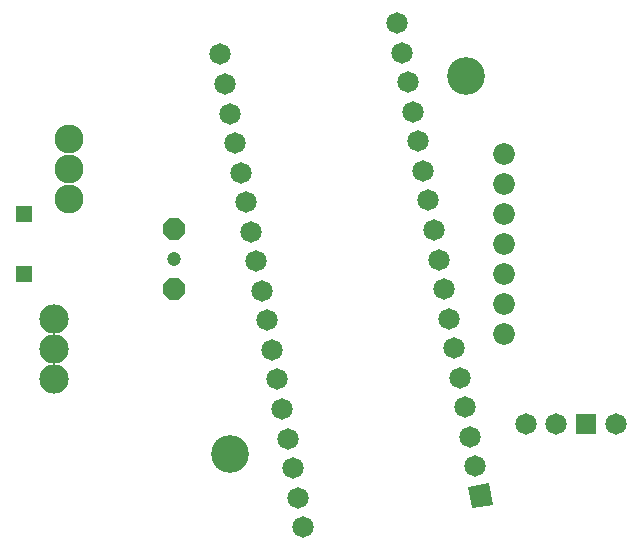
<source format=gbr>
G04 EAGLE Gerber RS-274X export*
G75*
%MOMM*%
%FSLAX34Y34*%
%LPD*%
%INSoldermask Bottom*%
%IPPOS*%
%AMOC8*
5,1,8,0,0,1.08239X$1,22.5*%
G01*
%ADD10C,3.203200*%
%ADD11C,1.203200*%
%ADD12C,1.812800*%
%ADD13R,1.812800X1.812800*%
%ADD14C,2.453200*%
%ADD15C,1.832800*%
%ADD16R,1.412800X1.412800*%
%ADD17R,1.812800X1.812800*%
%ADD18C,2.483200*%
%ADD19P,2.034460X8X292.500000*%


D10*
X400000Y460000D03*
X200000Y140000D03*
D11*
X152400Y304800D03*
D12*
X262096Y78019D03*
X257686Y103034D03*
X253275Y128048D03*
X248864Y153062D03*
X244454Y178076D03*
X240043Y203090D03*
X235632Y228104D03*
X231222Y253118D03*
X226811Y278132D03*
X222400Y303147D03*
X217990Y328161D03*
X213579Y353175D03*
X209168Y378189D03*
X204758Y403203D03*
X200347Y428217D03*
X195936Y453231D03*
X191526Y478245D03*
D13*
G36*
X419533Y114983D02*
X422681Y97131D01*
X404829Y93983D01*
X401681Y111835D01*
X419533Y114983D01*
G37*
D12*
X407770Y129498D03*
X403360Y154512D03*
X398949Y179526D03*
X394538Y204540D03*
X390128Y229554D03*
X385717Y254568D03*
X381306Y279582D03*
X376896Y304596D03*
X372485Y329610D03*
X368074Y354625D03*
X363664Y379639D03*
X359253Y404653D03*
X354842Y429667D03*
X350432Y454681D03*
X346021Y479695D03*
X341610Y504709D03*
D14*
X63500Y355600D03*
X63500Y381000D03*
X63500Y406400D03*
D15*
X431800Y393700D03*
X431800Y342900D03*
X431800Y317500D03*
X431800Y292100D03*
X431800Y266700D03*
X431800Y241300D03*
X431800Y368300D03*
D16*
X25400Y292100D03*
X25400Y342900D03*
D12*
X450800Y165100D03*
X476200Y165100D03*
D17*
X501600Y165100D03*
D12*
X527000Y165100D03*
D18*
X50800Y254000D03*
X50800Y228600D03*
X50800Y203200D03*
D19*
X152400Y330200D03*
X152400Y279400D03*
M02*

</source>
